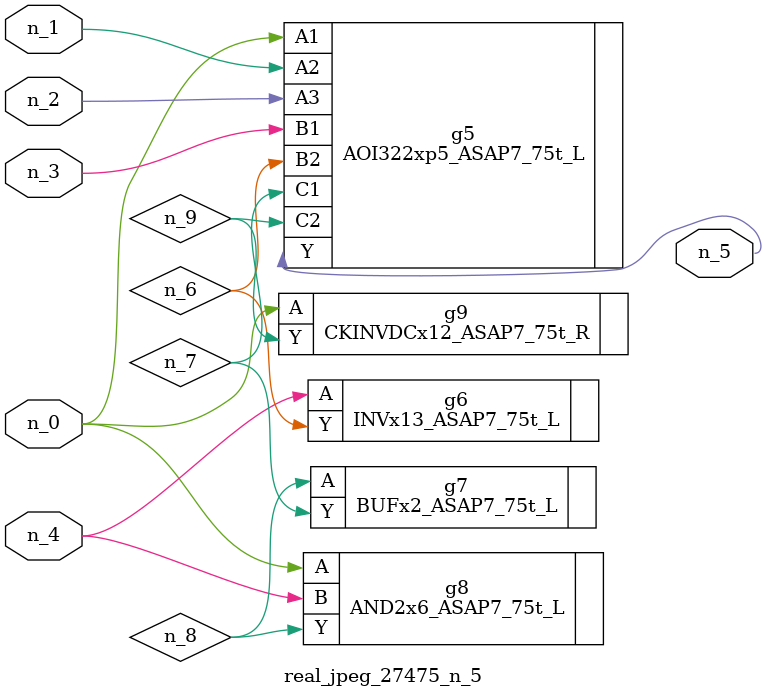
<source format=v>
module real_jpeg_27475_n_5 (n_4, n_0, n_1, n_2, n_3, n_5);

input n_4;
input n_0;
input n_1;
input n_2;
input n_3;

output n_5;

wire n_8;
wire n_6;
wire n_7;
wire n_9;

AOI322xp5_ASAP7_75t_L g5 ( 
.A1(n_0),
.A2(n_1),
.A3(n_2),
.B1(n_3),
.B2(n_6),
.C1(n_7),
.C2(n_9),
.Y(n_5)
);

AND2x6_ASAP7_75t_L g8 ( 
.A(n_0),
.B(n_4),
.Y(n_8)
);

CKINVDCx12_ASAP7_75t_R g9 ( 
.A(n_0),
.Y(n_9)
);

INVx13_ASAP7_75t_L g6 ( 
.A(n_4),
.Y(n_6)
);

BUFx2_ASAP7_75t_L g7 ( 
.A(n_8),
.Y(n_7)
);


endmodule
</source>
